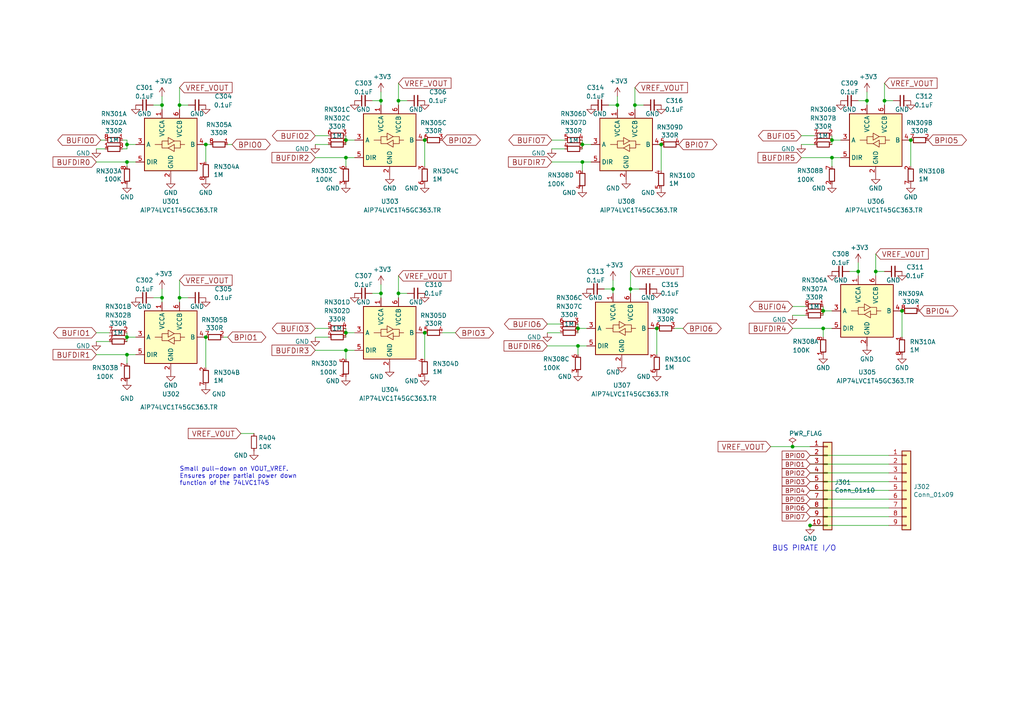
<source format=kicad_sch>
(kicad_sch (version 20230121) (generator eeschema)
  (paper "A4")
  (junction (at 59.69 97.79))
  (junction (at 167.64 100.33))
  (junction (at 254 78.74))
  (junction (at 100.33 40.64))
  (junction (at 52.07 30.48))
  (junction (at 115.57 29.21))
  (junction (at 36.83 41.91))
  (junction (at 52.07 86.36))
  (junction (at 115.57 85.09))
  (junction (at 248.92 78.74))
  (junction (at 46.99 30.48))
  (junction (at 36.83 46.99))
  (junction (at 190.5 95.25))
  (junction (at 100.33 96.52))
  (junction (at 168.91 41.91))
  (junction (at 241.3 40.64))
  (junction (at 234.95 152.4))
  (junction (at 123.19 96.52))
  (junction (at 36.83 102.87))
  (junction (at 264.16 40.64))
  (junction (at 123.19 40.64))
  (junction (at 191.77 41.91))
  (junction (at 238.76 95.25))
  (junction (at 179.07 30.48))
  (junction (at 182.88 83.82))
  (junction (at 59.69 41.91))
  (junction (at 168.91 46.99))
  (junction (at 36.83 97.79))
  (junction (at 110.49 85.09))
  (junction (at 241.3 45.72))
  (junction (at 167.64 95.25))
  (junction (at 110.49 29.21))
  (junction (at 184.15 30.48))
  (junction (at 229.87 129.54))
  (junction (at 238.76 90.17))
  (junction (at 256.54 29.21))
  (junction (at 100.33 101.6))
  (junction (at 46.99 86.36))
  (junction (at 177.8 83.82))
  (junction (at 261.62 90.17))
  (junction (at 251.46 29.21))
  (junction (at 100.33 45.72))
  (wire (pts (xy 236.22 41.91) (xy 232.41 41.91)))
  (wire (pts (xy 110.49 30.48) (xy 110.49 29.21)))
  (wire (pts (xy 259.08 29.21) (xy 256.54 29.21)))
  (wire (pts (xy 234.95 149.86) (xy 257.81 149.86)))
  (wire (pts (xy 39.37 97.79) (xy 36.83 97.79)))
  (wire (pts (xy 52.07 81.28) (xy 52.07 86.36)))
  (wire (pts (xy 257.81 132.08) (xy 234.95 132.08)))
  (wire (pts (xy 36.83 102.87) (xy 27.94 102.87)))
  (wire (pts (xy 241.3 45.72) (xy 241.3 48.26)))
  (wire (pts (xy 176.53 30.48) (xy 179.07 30.48)))
  (wire (pts (xy 36.83 99.06) (xy 36.83 97.79)))
  (wire (pts (xy 123.19 104.14) (xy 123.19 96.52)))
  (wire (pts (xy 170.18 100.33) (xy 167.64 100.33)))
  (wire (pts (xy 66.04 41.91) (xy 67.31 41.91)))
  (wire (pts (xy 238.76 90.17) (xy 238.76 88.9)))
  (wire (pts (xy 163.83 40.64) (xy 160.02 40.64)))
  (wire (pts (xy 162.56 96.52) (xy 158.75 96.52)))
  (wire (pts (xy 100.33 45.72) (xy 100.33 48.26)))
  (wire (pts (xy 59.69 106.68) (xy 59.69 97.79)))
  (wire (pts (xy 100.33 45.72) (xy 91.44 45.72)))
  (wire (pts (xy 241.3 95.25) (xy 238.76 95.25)))
  (wire (pts (xy 234.95 144.78) (xy 257.81 144.78)))
  (wire (pts (xy 52.07 31.75) (xy 52.07 30.48)))
  (wire (pts (xy 246.38 78.74) (xy 248.92 78.74)))
  (wire (pts (xy 168.91 46.99) (xy 168.91 49.53)))
  (wire (pts (xy 110.49 29.21) (xy 110.49 26.67)))
  (wire (pts (xy 167.64 100.33) (xy 167.64 102.87)))
  (wire (pts (xy 54.61 30.48) (xy 52.07 30.48)))
  (wire (pts (xy 177.8 83.82) (xy 177.8 81.28)))
  (wire (pts (xy 123.19 40.64) (xy 123.19 48.26)))
  (wire (pts (xy 46.99 31.75) (xy 46.99 30.48)))
  (wire (pts (xy 95.25 95.25) (xy 91.44 95.25)))
  (wire (pts (xy 36.83 97.79) (xy 36.83 96.52)))
  (wire (pts (xy 241.3 41.91) (xy 241.3 40.64)))
  (wire (pts (xy 168.91 46.99) (xy 160.02 46.99)))
  (wire (pts (xy 236.22 39.37) (xy 232.41 39.37)))
  (wire (pts (xy 118.11 85.09) (xy 115.57 85.09)))
  (wire (pts (xy 238.76 91.44) (xy 238.76 90.17)))
  (wire (pts (xy 59.69 41.91) (xy 59.69 46.99)))
  (wire (pts (xy 171.45 46.99) (xy 168.91 46.99)))
  (wire (pts (xy 170.18 95.25) (xy 167.64 95.25)))
  (wire (pts (xy 36.83 48.26) (xy 36.83 46.99)))
  (wire (pts (xy 115.57 86.36) (xy 115.57 85.09)))
  (wire (pts (xy 175.26 83.82) (xy 177.8 83.82)))
  (wire (pts (xy 190.5 102.87) (xy 190.5 95.25)))
  (wire (pts (xy 233.68 88.9) (xy 229.87 88.9)))
  (wire (pts (xy 54.61 86.36) (xy 52.07 86.36)))
  (wire (pts (xy 128.27 96.52) (xy 132.08 96.52)))
  (wire (pts (xy 115.57 30.48) (xy 115.57 29.21)))
  (wire (pts (xy 248.92 78.74) (xy 248.92 76.2)))
  (wire (pts (xy 115.57 80.01) (xy 115.57 85.09)))
  (wire (pts (xy 179.07 30.48) (xy 179.07 27.94)))
  (wire (pts (xy 44.45 30.48) (xy 46.99 30.48)))
  (wire (pts (xy 162.56 93.98) (xy 158.75 93.98)))
  (wire (pts (xy 36.83 43.18) (xy 35.56 43.18)))
  (wire (pts (xy 243.84 40.64) (xy 241.3 40.64)))
  (wire (pts (xy 100.33 101.6) (xy 91.44 101.6)))
  (wire (pts (xy 31.75 96.52) (xy 27.94 96.52)))
  (wire (pts (xy 243.84 45.72) (xy 241.3 45.72)))
  (wire (pts (xy 69.85 125.73) (xy 73.66 125.73)))
  (wire (pts (xy 102.87 40.64) (xy 100.33 40.64)))
  (wire (pts (xy 46.99 87.63) (xy 46.99 86.36)))
  (wire (pts (xy 39.37 102.87) (xy 36.83 102.87)))
  (wire (pts (xy 60.96 41.91) (xy 59.69 41.91)))
  (wire (pts (xy 177.8 85.09) (xy 177.8 83.82)))
  (wire (pts (xy 118.11 29.21) (xy 115.57 29.21)))
  (wire (pts (xy 95.25 39.37) (xy 91.44 39.37)))
  (wire (pts (xy 110.49 86.36) (xy 110.49 85.09)))
  (wire (pts (xy 66.04 97.79) (xy 64.77 97.79)))
  (wire (pts (xy 171.45 41.91) (xy 168.91 41.91)))
  (wire (pts (xy 179.07 31.75) (xy 179.07 30.48)))
  (wire (pts (xy 115.57 24.13) (xy 115.57 29.21)))
  (wire (pts (xy 223.52 129.54) (xy 229.87 129.54)))
  (wire (pts (xy 233.68 91.44) (xy 229.87 91.44)))
  (wire (pts (xy 27.94 46.99) (xy 36.83 46.99)))
  (wire (pts (xy 30.48 40.64) (xy 29.21 40.64)))
  (wire (pts (xy 95.25 97.79) (xy 91.44 97.79)))
  (wire (pts (xy 234.95 152.4) (xy 257.81 152.4)))
  (wire (pts (xy 168.91 41.91) (xy 168.91 40.64)))
  (wire (pts (xy 241.3 45.72) (xy 232.41 45.72)))
  (wire (pts (xy 251.46 30.48) (xy 251.46 29.21)))
  (wire (pts (xy 107.95 85.09) (xy 110.49 85.09)))
  (wire (pts (xy 100.33 41.91) (xy 100.33 40.64)))
  (wire (pts (xy 36.83 40.64) (xy 35.56 40.64)))
  (wire (pts (xy 102.87 45.72) (xy 100.33 45.72)))
  (wire (pts (xy 163.83 43.18) (xy 160.02 43.18)))
  (wire (pts (xy 198.12 95.25) (xy 195.58 95.25)))
  (wire (pts (xy 234.95 139.7) (xy 257.81 139.7)))
  (wire (pts (xy 27.94 43.18) (xy 30.48 43.18)))
  (wire (pts (xy 100.33 40.64) (xy 100.33 39.37)))
  (wire (pts (xy 241.3 90.17) (xy 238.76 90.17)))
  (wire (pts (xy 256.54 78.74) (xy 254 78.74)))
  (wire (pts (xy 251.46 29.21) (xy 251.46 26.67)))
  (wire (pts (xy 234.95 137.16) (xy 257.81 137.16)))
  (wire (pts (xy 100.33 96.52) (xy 100.33 95.25)))
  (wire (pts (xy 31.75 99.06) (xy 27.94 99.06)))
  (wire (pts (xy 167.64 96.52) (xy 167.64 95.25)))
  (wire (pts (xy 168.91 43.18) (xy 168.91 41.91)))
  (wire (pts (xy 52.07 87.63) (xy 52.07 86.36)))
  (wire (pts (xy 256.54 24.13) (xy 256.54 29.21)))
  (wire (pts (xy 182.88 78.74) (xy 182.88 83.82)))
  (wire (pts (xy 185.42 83.82) (xy 182.88 83.82)))
  (wire (pts (xy 52.07 25.4) (xy 52.07 30.48)))
  (wire (pts (xy 261.62 97.79) (xy 261.62 90.17)))
  (wire (pts (xy 167.64 100.33) (xy 158.75 100.33)))
  (wire (pts (xy 46.99 86.36) (xy 46.99 83.82)))
  (wire (pts (xy 36.83 102.87) (xy 36.83 105.41)))
  (wire (pts (xy 248.92 80.01) (xy 248.92 78.74)))
  (wire (pts (xy 238.76 95.25) (xy 229.87 95.25)))
  (wire (pts (xy 36.83 43.18) (xy 36.83 41.91)))
  (wire (pts (xy 238.76 95.25) (xy 238.76 97.79)))
  (wire (pts (xy 46.99 30.48) (xy 46.99 27.94)))
  (wire (pts (xy 100.33 101.6) (xy 100.33 104.14)))
  (wire (pts (xy 191.77 41.91) (xy 191.77 49.53)))
  (wire (pts (xy 254 73.66) (xy 254 78.74)))
  (wire (pts (xy 95.25 41.91) (xy 91.44 41.91)))
  (wire (pts (xy 102.87 96.52) (xy 100.33 96.52)))
  (wire (pts (xy 241.3 40.64) (xy 241.3 39.37)))
  (wire (pts (xy 36.83 41.91) (xy 36.83 40.64)))
  (wire (pts (xy 229.87 129.54) (xy 234.95 129.54)))
  (wire (pts (xy 44.45 86.36) (xy 46.99 86.36)))
  (wire (pts (xy 100.33 97.79) (xy 100.33 96.52)))
  (wire (pts (xy 167.64 95.25) (xy 167.64 93.98)))
  (wire (pts (xy 234.95 142.24) (xy 257.81 142.24)))
  (wire (pts (xy 186.69 30.48) (xy 184.15 30.48)))
  (wire (pts (xy 184.15 25.4) (xy 184.15 30.48)))
  (wire (pts (xy 234.95 147.32) (xy 257.81 147.32)))
  (wire (pts (xy 234.95 134.62) (xy 257.81 134.62)))
  (wire (pts (xy 107.95 29.21) (xy 110.49 29.21)))
  (wire (pts (xy 248.92 29.21) (xy 251.46 29.21)))
  (wire (pts (xy 184.15 31.75) (xy 184.15 30.48)))
  (wire (pts (xy 102.87 101.6) (xy 100.33 101.6)))
  (wire (pts (xy 256.54 30.48) (xy 256.54 29.21)))
  (wire (pts (xy 36.83 46.99) (xy 39.37 46.99)))
  (wire (pts (xy 182.88 85.09) (xy 182.88 83.82)))
  (wire (pts (xy 39.37 41.91) (xy 36.83 41.91)))
  (wire (pts (xy 254 80.01) (xy 254 78.74)))
  (wire (pts (xy 110.49 85.09) (xy 110.49 82.55)))
  (wire (pts (xy 264.16 48.26) (xy 264.16 40.64)))
  (text "Small pull-down on VOUT_VREF.\nEnsures proper partial power down \nfunction of the 74LVC1T45" (at 52.07 140.97 0) (effects (font (size 1.27 1.27)) (justify left bottom)))
  (text "BUS PIRATE I/O" (at 242.57 160.02 0) (effects (font (size 1.524 1.524)) (justify right bottom)))
  (global_label "BPIO2" (shape bidirectional) (at 128.27 40.64 0) (effects (font (size 1.524 1.524))) (property "Intersheetrefs" "${INTERSHEET_REFS}" (effects hide)))
  (global_label "BPIO0" (shape bidirectional) (at 67.31 41.91 0) (effects (font (size 1.524 1.524))) (property "Intersheetrefs" "${INTERSHEET_REFS}" (effects hide)))
  (global_label "BPIO7" (shape bidirectional) (at 196.85 41.91 0) (effects (font (size 1.524 1.524))) (property "Intersheetrefs" "${INTERSHEET_REFS}" (effects hide)))
  (global_label "BUFDIR0" (shape input) (at 27.94 46.99 180) (effects (font (size 1.524 1.524))) (property "Intersheetrefs" "${INTERSHEET_REFS}" (effects hide)))
  (global_label "BUFIO5" (shape bidirectional) (at 232.41 39.37 180) (effects (font (size 1.524 1.524))) (property "Intersheetrefs" "${INTERSHEET_REFS}" (effects hide)))
  (global_label "BUFIO3" (shape bidirectional) (at 91.44 95.25 180) (effects (font (size 1.524 1.524))) (property "Intersheetrefs" "${INTERSHEET_REFS}" (effects hide)))
  (global_label "VREF_VOUT" (shape input) (at 223.52 129.54 180) (effects (font (size 1.524 1.524))) (property "Intersheetrefs" "${INTERSHEET_REFS}" (effects hide)))
  (global_label "BUFDIR4" (shape input) (at 229.87 95.25 180) (effects (font (size 1.524 1.524))) (property "Intersheetrefs" "${INTERSHEET_REFS}" (effects hide)))
  (global_label "BUFIO0" (shape bidirectional) (at 29.21 40.64 180) (effects (font (size 1.524 1.524))) (property "Intersheetrefs" "${INTERSHEET_REFS}" (effects hide)))
  (global_label "VREF_VOUT" (shape input) (at 115.57 80.01 0) (effects (font (size 1.524 1.524))) (property "Intersheetrefs" "${INTERSHEET_REFS}" (effects hide)))
  (global_label "BUFIO2" (shape bidirectional) (at 91.44 39.37 180) (effects (font (size 1.524 1.524))) (property "Intersheetrefs" "${INTERSHEET_REFS}" (effects hide)))
  (global_label "BUFDIR3" (shape input) (at 91.44 101.6 180) (effects (font (size 1.524 1.524))) (property "Intersheetrefs" "${INTERSHEET_REFS}" (effects hide)))
  (global_label "BUFIO4" (shape bidirectional) (at 229.87 88.9 180) (effects (font (size 1.524 1.524))) (property "Intersheetrefs" "${INTERSHEET_REFS}" (effects hide)))
  (global_label "BPIO5" (shape bidirectional) (at 269.24 40.64 0) (effects (font (size 1.524 1.524))) (property "Intersheetrefs" "${INTERSHEET_REFS}" (effects hide)))
  (global_label "BUFDIR2" (shape input) (at 91.44 45.72 180) (effects (font (size 1.524 1.524))) (property "Intersheetrefs" "${INTERSHEET_REFS}" (effects hide)))
  (global_label "BPIO1" (shape bidirectional) (at 66.04 97.79 0) (effects (font (size 1.524 1.524))) (property "Intersheetrefs" "${INTERSHEET_REFS}" (effects hide)))
  (global_label "BPIO1" (shape input) (at 234.95 134.62 180) (property "Intersheetrefs" "${INTERSHEET_REFS}" (effects hide)))
  (global_label "VREF_VOUT" (shape input) (at 52.07 25.4 0) (effects (font (size 1.524 1.524))) (property "Intersheetrefs" "${INTERSHEET_REFS}" (effects hide)))
  (global_label "VREF_VOUT" (shape input) (at 115.57 24.13 0) (effects (font (size 1.524 1.524))) (property "Intersheetrefs" "${INTERSHEET_REFS}" (effects hide)))
  (global_label "BPIO4" (shape input) (at 234.95 142.24 180) (property "Intersheetrefs" "${INTERSHEET_REFS}" (effects hide)))
  (global_label "BPIO4" (shape bidirectional) (at 266.7 90.17 0) (effects (font (size 1.524 1.524))) (property "Intersheetrefs" "${INTERSHEET_REFS}" (effects hide)))
  (global_label "VREF_VOUT" (shape input) (at 69.85 125.73 180) (effects (font (size 1.524 1.524))) (property "Intersheetrefs" "${INTERSHEET_REFS}" (effects hide)))
  (global_label "BPIO6" (shape input) (at 234.95 147.32 180) (property "Intersheetrefs" "${INTERSHEET_REFS}" (effects hide)))
  (global_label "VREF_VOUT" (shape input) (at 184.15 25.4 0) (effects (font (size 1.524 1.524))) (property "Intersheetrefs" "${INTERSHEET_REFS}" (effects hide)))
  (global_label "VREF_VOUT" (shape input) (at 182.88 78.74 0) (effects (font (size 1.524 1.524))) (property "Intersheetrefs" "${INTERSHEET_REFS}" (effects hide)))
  (global_label "BPIO6" (shape bidirectional) (at 198.12 95.25 0) (effects (font (size 1.524 1.524))) (property "Intersheetrefs" "${INTERSHEET_REFS}" (effects hide)))
  (global_label "BPIO3" (shape bidirectional) (at 132.08 96.52 0) (effects (font (size 1.524 1.524))) (property "Intersheetrefs" "${INTERSHEET_REFS}" (effects hide)))
  (global_label "BUFIO1" (shape bidirectional) (at 27.94 96.52 180) (effects (font (size 1.524 1.524))) (property "Intersheetrefs" "${INTERSHEET_REFS}" (effects hide)))
  (global_label "BUFDIR5" (shape input) (at 232.41 45.72 180) (effects (font (size 1.524 1.524))) (property "Intersheetrefs" "${INTERSHEET_REFS}" (effects hide)))
  (global_label "VREF_VOUT" (shape input) (at 256.54 24.13 0) (effects (font (size 1.524 1.524))) (property "Intersheetrefs" "${INTERSHEET_REFS}" (effects hide)))
  (global_label "BUFIO7" (shape bidirectional) (at 160.02 40.64 180) (effects (font (size 1.524 1.524))) (property "Intersheetrefs" "${INTERSHEET_REFS}" (effects hide)))
  (global_label "VREF_VOUT" (shape input) (at 52.07 81.28 0) (effects (font (size 1.524 1.524))) (property "Intersheetrefs" "${INTERSHEET_REFS}" (effects hide)))
  (global_label "BPIO3" (shape input) (at 234.95 139.7 180) (property "Intersheetrefs" "${INTERSHEET_REFS}" (effects hide)))
  (global_label "BUFDIR1" (shape input) (at 27.94 102.87 180) (effects (font (size 1.524 1.524))) (property "Intersheetrefs" "${INTERSHEET_REFS}" (effects hide)))
  (global_label "BUFDIR6" (shape input) (at 158.75 100.33 180) (effects (font (size 1.524 1.524))) (property "Intersheetrefs" "${INTERSHEET_REFS}" (effects hide)))
  (global_label "VREF_VOUT" (shape input) (at 254 73.66 0) (effects (font (size 1.524 1.524))) (property "Intersheetrefs" "${INTERSHEET_REFS}" (effects hide)))
  (global_label "BPIO7" (shape input) (at 234.95 149.86 180) (property "Intersheetrefs" "${INTERSHEET_REFS}" (effects hide)))
  (global_label "BUFIO6" (shape bidirectional) (at 158.75 93.98 180) (effects (font (size 1.524 1.524))) (property "Intersheetrefs" "${INTERSHEET_REFS}" (effects hide)))
  (global_label "BPIO0" (shape input) (at 234.95 132.08 180) (property "Intersheetrefs" "${INTERSHEET_REFS}" (effects hide)))
  (global_label "BPIO2" (shape input) (at 234.95 137.16 180) (property "Intersheetrefs" "${INTERSHEET_REFS}" (effects hide)))
  (global_label "BPIO5" (shape input) (at 234.95 144.78 180) (property "Intersheetrefs" "${INTERSHEET_REFS}" (effects hide)))
  (global_label "BUFDIR7" (shape input) (at 160.02 46.99 180) (effects (font (size 1.524 1.524))) (property "Intersheetrefs" "${INTERSHEET_REFS}" (effects hide)))
  (symbol (lib_id "power:+3V3") (at 46.99 27.94 0) (unit 1)
    (property "Reference" "#PWR0310" (effects hide))
    (property "Value" "+3V3" (at 47.371 23.5458 0))
  )
  (symbol (lib_id "Device:C_Small") (at 57.15 30.48 90) (unit 1)
    (property "Reference" "C304" (at 64.77 27.94 90))
    (property "Value" "0.1uF" (at 64.77 30.48 90))
    (property "Footprint" "Capacitor_SMD:C_0402_1005Metric" (effects hide))
    (property "RMB" "0.00628" (effects hide))
    (property "Supplier" "https://item.szlcsc.com/1877.html" (effects hide))
  )
  (symbol (lib_id "power:GND") (at 39.37 30.48 0) (unit 1)
    (property "Reference" "#PWR0307" (effects hide))
    (property "Value" "GND" (at 41.91 33.02 0))
  )
  (symbol (lib_id "power:GND") (at 59.69 30.48 0) (unit 1)
    (property "Reference" "#PWR0316" (effects hide))
    (property "Value" "GND" (at 57.15 33.02 0))
  )
  (symbol (lib_id "power:GND") (at 49.53 52.07 0) (unit 1)
    (property "Reference" "#PWR0313" (effects hide))
    (property "Value" "GND" (at 49.53 55.88 0))
  )
  (symbol (lib_id "power:GND") (at 27.94 43.18 0) (unit 1)
    (property "Reference" "#PWR0301" (effects hide))
    (property "Value" "GND" (at 24.13 44.45 0))
  )
  (symbol (lib_id "power:GND") (at 36.83 53.34 0) (unit 1)
    (property "Reference" "#PWR0304" (effects hide))
    (property "Value" "GND" (at 36.83 57.15 0))
  )
  (symbol (lib_id "power:GND") (at 59.69 52.07 0) (unit 1)
    (property "Reference" "#PWR0317" (effects hide))
    (property "Value" "GND" (at 59.69 55.88 0))
  )
  (symbol (lib_id "Device:C_Small") (at 41.91 86.36 90) (unit 1)
    (property "Reference" "C302" (at 41.91 81.28 90))
    (property "Value" "0.1uF" (at 41.91 83.82 90))
    (property "Footprint" "Capacitor_SMD:C_0402_1005Metric" (effects hide))
    (property "RMB" "0.00628" (effects hide))
    (property "Supplier" "https://item.szlcsc.com/1877.html" (effects hide))
  )
  (symbol (lib_id "Logic_LevelTranslator:SN74LVC1T45DCK") (at 49.53 97.79 0) (unit 1)
    (property "Reference" "U302" (at 46.99 114.3 0) (effects (justify left)))
    (property "Value" "AiP74LVC1T45GC363.TR" (at 40.64 118.11 0) (effects (justify left)))
    (property "Footprint" "Package_TO_SOT_SMD:SOT-363_SC-70-6" (effects hide))
    (property "Datasheet" "http://www.ti.com/lit/ds/symlink/sn74lvc1t45.pdf" (effects hide))
    (property "RMB" "1.33" (effects hide))
    (property "Supplier" "https://item.szlcsc.com/9911.html" (effects hide))
  )
  (symbol (lib_id "power:+3V3") (at 46.99 83.82 0) (unit 1)
    (property "Reference" "#PWR0311" (effects hide))
    (property "Value" "+3V3" (at 47.371 79.4258 0))
  )
  (symbol (lib_id "Device:C_Small") (at 57.15 86.36 90) (unit 1)
    (property "Reference" "C305" (at 64.77 83.82 90))
    (property "Value" "0.1uF" (at 64.77 86.36 90))
    (property "Footprint" "Capacitor_SMD:C_0402_1005Metric" (effects hide))
    (property "RMB" "0.00628" (effects hide))
    (property "Supplier" "https://item.szlcsc.com/1877.html" (effects hide))
  )
  (symbol (lib_id "power:GND") (at 39.37 86.36 0) (unit 1)
    (property "Reference" "#PWR0308" (effects hide))
    (property "Value" "GND" (at 41.91 88.9 0))
  )
  (symbol (lib_id "power:GND") (at 59.69 86.36 0) (unit 1)
    (property "Reference" "#PWR0318" (effects hide))
    (property "Value" "GND" (at 57.15 88.9 0))
  )
  (symbol (lib_id "power:GND") (at 49.53 107.95 0) (unit 1)
    (property "Reference" "#PWR0314" (effects hide))
    (property "Value" "GND" (at 49.53 111.76 0))
  )
  (symbol (lib_id "power:GND") (at 27.94 99.06 0) (unit 1)
    (property "Reference" "#PWR0302" (effects hide))
    (property "Value" "GND" (at 24.13 100.33 0))
  )
  (symbol (lib_id "power:GND") (at 36.83 110.49 0) (unit 1)
    (property "Reference" "#PWR0305" (effects hide))
    (property "Value" "GND" (at 36.83 115.57 0))
  )
  (symbol (lib_id "power:GND") (at 59.69 111.76 0) (unit 1)
    (property "Reference" "#PWR0319" (effects hide))
    (property "Value" "GND" (at 63.5 114.3 0))
  )
  (symbol (lib_id "Device:C_Small") (at 105.41 29.21 90) (unit 1)
    (property "Reference" "C303" (at 105.41 24.13 90))
    (property "Value" "0.1uF" (at 105.41 26.67 90))
    (property "Footprint" "Capacitor_SMD:C_0402_1005Metric" (effects hide))
    (property "RMB" "0.00628" (effects hide))
    (property "Supplier" "https://item.szlcsc.com/1877.html" (effects hide))
  )
  (symbol (lib_id "Logic_LevelTranslator:SN74LVC1T45DCK") (at 113.03 40.64 0) (unit 1)
    (property "Reference" "U303" (at 110.49 58.42 0) (effects (justify left)))
    (property "Value" "AiP74LVC1T45GC363.TR" (at 105.41 60.96 0) (effects (justify left)))
    (property "Footprint" "Package_TO_SOT_SMD:SOT-363_SC-70-6" (effects hide))
    (property "Datasheet" "http://www.ti.com/lit/ds/symlink/sn74lvc1t45.pdf" (effects hide))
    (property "RMB" "1.33" (effects hide))
    (property "Supplier" "https://item.szlcsc.com/9911.html" (effects hide))
  )
  (symbol (lib_id "power:+3V3") (at 110.49 26.67 0) (unit 1)
    (property "Reference" "#PWR0312" (effects hide))
    (property "Value" "+3V3" (at 110.871 22.2758 0))
  )
  (symbol (lib_id "Device:C_Small") (at 120.65 29.21 90) (unit 1)
    (property "Reference" "C306" (at 127 26.67 90))
    (property "Value" "0.1uF" (at 127 29.21 90))
    (property "Footprint" "Capacitor_SMD:C_0402_1005Metric" (effects hide))
    (property "RMB" "0.00628" (effects hide))
    (property "Supplier" "https://item.szlcsc.com/1877.html" (effects hide))
  )
  (symbol (lib_id "power:GND") (at 102.87 29.21 0) (unit 1)
    (property "Reference" "#PWR0309" (effects hide))
    (property "Value" "GND" (at 105.41 31.75 0))
  )
  (symbol (lib_id "power:GND") (at 123.19 29.21 0) (unit 1)
    (property "Reference" "#PWR0320" (effects hide))
    (property "Value" "GND" (at 120.65 31.75 0))
  )
  (symbol (lib_id "power:GND") (at 113.03 50.8 0) (unit 1)
    (property "Reference" "#PWR0315" (effects hide))
    (property "Value" "GND" (at 113.03 54.61 0))
  )
  (symbol (lib_id "power:GND") (at 91.44 41.91 0) (unit 1)
    (property "Reference" "#PWR0303" (effects hide))
    (property "Value" "GND" (at 87.63 43.18 0))
  )
  (symbol (lib_id "power:GND") (at 100.33 53.34 0) (unit 1)
    (property "Reference" "#PWR0306" (effects hide))
    (property "Value" "GND" (at 96.52 54.61 0))
  )
  (symbol (lib_id "power:GND") (at 123.19 53.34 0) (unit 1)
    (property "Reference" "#PWR0321" (effects hide))
    (property "Value" "GND" (at 119.38 54.61 0))
  )
  (symbol (lib_id "Device:C_Small") (at 105.41 85.09 90) (unit 1)
    (property "Reference" "C307" (at 105.41 80.01 90))
    (property "Value" "0.1uF" (at 105.41 82.55 90))
    (property "Footprint" "Capacitor_SMD:C_0402_1005Metric" (effects hide))
    (property "RMB" "0.00628" (effects hide))
    (property "Supplier" "https://item.szlcsc.com/1877.html" (effects hide))
  )
  (symbol (lib_id "Logic_LevelTranslator:SN74LVC1T45DCK") (at 113.03 96.52 0) (unit 1)
    (property "Reference" "U304" (at 110.49 113.03 0) (effects (justify left)))
    (property "Value" "AiP74LVC1T45GC363.TR" (at 104.14 115.57 0) (effects (justify left)))
    (property "Footprint" "Package_TO_SOT_SMD:SOT-363_SC-70-6" (effects hide))
    (property "Datasheet" "http://www.ti.com/lit/ds/symlink/sn74lvc1t45.pdf" (effects hide))
    (property "RMB" "1.33" (effects hide))
    (property "Supplier" "https://item.szlcsc.com/9911.html" (effects hide))
  )
  (symbol (lib_id "power:+3V3") (at 110.49 82.55 0) (unit 1)
    (property "Reference" "#PWR0331" (effects hide))
    (property "Value" "+3V3" (at 110.871 78.1558 0))
  )
  (symbol (lib_id "Device:C_Small") (at 120.65 85.09 90) (unit 1)
    (property "Reference" "C310" (at 125.73 82.55 90))
    (property "Value" "0.1uF" (at 125.73 85.09 90))
    (property "Footprint" "Capacitor_SMD:C_0402_1005Metric" (effects hide))
    (property "RMB" "0.00628" (effects hide))
    (property "Supplier" "https://item.szlcsc.com/1877.html" (effects hide))
  )
  (symbol (lib_id "power:GND") (at 102.87 85.09 0) (unit 1)
    (property "Reference" "#PWR0327" (effects hide))
    (property "Value" "GND" (at 105.41 87.63 0))
  )
  (symbol (lib_id "power:GND") (at 123.19 85.09 0) (unit 1)
    (property "Reference" "#PWR0337" (effects hide))
    (property "Value" "GND" (at 120.65 87.63 0))
  )
  (symbol (lib_id "power:GND") (at 113.03 106.68 0) (unit 1)
    (property "Reference" "#PWR0333" (effects hide))
    (property "Value" "GND" (at 109.22 109.22 0))
  )
  (symbol (lib_id "power:GND") (at 91.44 97.79 0) (unit 1)
    (property "Reference" "#PWR0322" (effects hide))
    (property "Value" "GND" (at 87.63 99.06 0))
  )
  (symbol (lib_id "power:GND") (at 100.33 109.22 0) (unit 1)
    (property "Reference" "#PWR0325" (effects hide))
    (property "Value" "GND" (at 96.52 110.49 0))
  )
  (symbol (lib_id "power:GND") (at 123.19 109.22 0) (unit 1)
    (property "Reference" "#PWR0338" (effects hide))
    (property "Value" "GND" (at 119.38 110.49 0))
  )
  (symbol (lib_id "Device:C_Small") (at 243.84 78.74 90) (unit 1)
    (property "Reference" "C308" (at 243.84 73.66 90))
    (property "Value" "0.1uF" (at 243.84 76.2 90))
    (property "Footprint" "Capacitor_SMD:C_0402_1005Metric" (effects hide))
    (property "RMB" "0.00628" (effects hide))
    (property "Supplier" "https://item.szlcsc.com/1877.html" (effects hide))
  )
  (symbol (lib_id "Logic_LevelTranslator:SN74LVC1T45DCK") (at 251.46 90.17 0) (unit 1)
    (property "Reference" "U305" (at 248.92 107.95 0) (effects (justify left)))
    (property "Value" "AiP74LVC1T45GC363.TR" (at 242.57 110.49 0) (effects (justify left)))
    (property "Footprint" "Package_TO_SOT_SMD:SOT-363_SC-70-6" (effects hide))
    (property "Datasheet" "http://www.ti.com/lit/ds/symlink/sn74lvc1t45.pdf" (effects hide))
    (property "RMB" "1.33" (effects hide))
    (property "Supplier" "https://item.szlcsc.com/9911.html" (effects hide))
  )
  (symbol (lib_id "power:+3V3") (at 248.92 76.2 0) (unit 1)
    (property "Reference" "#PWR0332" (effects hide))
    (property "Value" "+3V3" (at 249.301 71.8058 0))
  )
  (symbol (lib_id "Device:C_Small") (at 259.08 78.74 90) (unit 1)
    (property "Reference" "C311" (at 265.43 77.47 90))
    (property "Value" "0.1uF" (at 265.43 80.01 90))
    (property "Footprint" "Capacitor_SMD:C_0402_1005Metric" (effects hide))
    (property "RMB" "0.00628" (effects hide))
    (property "Supplier" "https://item.szlcsc.com/1877.html" (effects hide))
  )
  (symbol (lib_id "power:GND") (at 241.3 78.74 0) (unit 1)
    (property "Reference" "#PWR0329" (effects hide))
    (property "Value" "GND" (at 243.84 81.28 0))
  )
  (symbol (lib_id "power:GND") (at 261.62 78.74 0) (unit 1)
    (property "Reference" "#PWR0339" (effects hide))
    (property "Value" "GND" (at 259.08 81.28 0))
  )
  (symbol (lib_id "power:GND") (at 251.46 100.33 0) (unit 1)
    (property "Reference" "#PWR0335" (effects hide))
    (property "Value" "GND" (at 251.46 104.14 0))
  )
  (symbol (lib_id "power:GND") (at 229.87 91.44 0) (unit 1)
    (property "Reference" "#PWR0323" (effects hide))
    (property "Value" "GND" (at 226.06 92.71 0))
  )
  (symbol (lib_id "power:GND") (at 238.76 102.87 0) (unit 1)
    (property "Reference" "#PWR0326" (effects hide))
    (property "Value" "GND" (at 238.76 106.68 0))
  )
  (symbol (lib_id "power:GND") (at 261.62 102.87 0) (unit 1)
    (property "Reference" "#PWR0340" (effects hide))
    (property "Value" "GND" (at 261.62 106.68 0))
  )
  (symbol (lib_id "Device:C_Small") (at 246.38 29.21 90) (unit 1)
    (property "Reference" "C309" (at 246.38 24.13 90))
    (property "Value" "0.1uF" (at 246.38 26.67 90))
    (property "Footprint" "Capacitor_SMD:C_0402_1005Metric" (effects hide))
    (property "RMB" "0.00628" (effects hide))
    (property "Supplier" "https://item.szlcsc.com/1877.html" (effects hide))
  )
  (symbol (lib_id "Logic_LevelTranslator:SN74LVC1T45DCK") (at 254 40.64 0) (unit 1)
    (property "Reference" "U306" (at 251.46 58.42 0) (effects (justify left)))
    (property "Value" "AiP74LVC1T45GC363.TR" (at 245.11 60.96 0) (effects (justify left)))
    (property "Footprint" "Package_TO_SOT_SMD:SOT-363_SC-70-6" (effects hide))
    (property "Datasheet" "http://www.ti.com/lit/ds/symlink/sn74lvc1t45.pdf" (effects hide))
    (property "RMB" "1.33" (effects hide))
    (property "Supplier" "https://item.szlcsc.com/9911.html" (effects hide))
  )
  (symbol (lib_id "power:+3V3") (at 251.46 26.67 0) (unit 1)
    (property "Reference" "#PWR0334" (effects hide))
    (property "Value" "+3V3" (at 251.841 22.2758 0))
  )
  (symbol (lib_id "Device:C_Small") (at 261.62 29.21 90) (unit 1)
    (property "Reference" "C312" (at 267.97 27.94 90))
    (property "Value" "0.1uF" (at 267.97 30.48 90))
    (property "Footprint" "Capacitor_SMD:C_0402_1005Metric" (effects hide))
    (property "RMB" "0.00628" (effects hide))
    (property "Supplier" "https://item.szlcsc.com/1877.html" (effects hide))
  )
  (symbol (lib_id "power:GND") (at 243.84 29.21 0) (unit 1)
    (property "Reference" "#PWR0330" (effects hide))
    (property "Value" "GND" (at 246.38 31.75 0))
  )
  (symbol (lib_id "power:GND") (at 264.16 29.21 0) (unit 1)
    (property "Reference" "#PWR0341" (effects hide))
    (property "Value" "GND" (at 261.62 31.75 0))
  )
  (symbol (lib_id "power:GND") (at 254 50.8 0) (unit 1)
    (property "Reference" "#PWR0336" (effects hide))
    (property "Value" "GND" (at 254 54.61 0))
  )
  (symbol (lib_id "power:GND") (at 232.41 41.91 0) (unit 1)
    (property "Reference" "#PWR0324" (effects hide))
    (property "Value" "GND" (at 228.6 43.18 0))
  )
  (symbol (lib_id "power:GND") (at 241.3 53.34 0) (unit 1)
    (property "Reference" "#PWR0328" (effects hide))
    (property "Value" "GND" (at 237.49 54.61 0))
  )
  (symbol (lib_id "power:GND") (at 264.16 53.34 0) (unit 1)
    (property "Reference" "#PWR0342" (effects hide))
    (property "Value" "GND" (at 264.16 57.15 0))
  )
  (symbol (lib_id "Device:C_Small") (at 172.72 83.82 90) (unit 1)
    (property "Reference" "C313" (at 172.72 78.74 90))
    (property "Value" "0.1uF" (at 172.72 81.28 90))
    (property "Footprint" "Capacitor_SMD:C_0402_1005Metric" (effects hide))
    (property "RMB" "0.00628" (effects hide))
    (property "Supplier" "https://item.szlcsc.com/1877.html" (effects hide))
  )
  (symbol (lib_id "Logic_LevelTranslator:SN74LVC1T45DCK") (at 180.34 95.25 0) (unit 1)
    (property "Reference" "U307" (at 177.8 111.76 0) (effects (justify left)))
    (property "Value" "AiP74LVC1T45GC363.TR" (at 171.45 114.3 0) (effects (justify left)))
    (property "Footprint" "Package_TO_SOT_SMD:SOT-363_SC-70-6" (effects hide))
    (property "Datasheet" "http://www.ti.com/lit/ds/symlink/sn74lvc1t45.pdf" (effects hide))
    (property "RMB" "1.33" (effects hide))
    (property "Supplier" "https://item.szlcsc.com/9911.html" (effects hide))
  )
  (symbol (lib_id "power:+3V3") (at 177.8 81.28 0) (unit 1)
    (property "Reference" "#PWR0349" (effects hide))
    (property "Value" "+3V3" (at 178.181 76.8858 0))
  )
  (symbol (lib_id "Device:C_Small") (at 187.96 83.82 90) (unit 1)
    (property "Reference" "C315" (at 194.31 82.55 90))
    (property "Value" "0.1uF" (at 194.31 85.09 90))
    (property "Footprint" "Capacitor_SMD:C_0402_1005Metric" (effects hide))
    (property "RMB" "0.00628" (effects hide))
    (property "Supplier" "https://item.szlcsc.com/1877.html" (effects hide))
  )
  (symbol (lib_id "power:GND") (at 170.18 83.82 0) (unit 1)
    (property "Reference" "#PWR0347" (effects hide))
    (property "Value" "GND" (at 172.72 86.36 0))
  )
  (symbol (lib_id "power:GND") (at 190.5 83.82 0) (unit 1)
    (property "Reference" "#PWR0354" (effects hide))
    (property "Value" "GND" (at 187.96 86.36 0))
  )
  (symbol (lib_id "power:GND") (at 180.34 105.41 0) (unit 1)
    (property "Reference" "#PWR0351" (effects hide))
    (property "Value" "GND" (at 177.8 107.95 0))
  )
  (symbol (lib_id "power:GND") (at 158.75 96.52 0) (unit 1)
    (property "Reference" "#PWR0343" (effects hide))
    (property "Value" "GND" (at 154.94 97.79 0))
  )
  (symbol (lib_id "power:GND") (at 167.64 107.95 0) (unit 1)
    (property "Reference" "#PWR0345" (effects hide))
    (property "Value" "GND" (at 163.83 109.22 0))
  )
  (symbol (lib_id "power:GND") (at 190.5 107.95 0) (unit 1)
    (property "Reference" "#PWR0355" (effects hide))
    (property "Value" "GND" (at 186.69 109.22 0))
  )
  (symbol (lib_id "Device:C_Small") (at 173.99 30.48 90) (unit 1)
    (property "Reference" "C314" (at 172.72 25.4 90))
    (property "Value" "0.1uF" (at 172.72 27.94 90))
    (property "Footprint" "Capacitor_SMD:C_0402_1005Metric" (effects hide))
    (property "RMB" "0.00628" (effects hide))
    (property "Supplier" "https://item.szlcsc.com/1877.html" (effects hide))
  )
  (symbol (lib_id "Logic_LevelTranslator:SN74LVC1T45DCK") (at 181.61 41.91 0) (unit 1)
    (property "Reference" "U308" (at 179.07 58.42 0) (effects (justify left)))
    (property "Value" "AiP74LVC1T45GC363.TR" (at 173.99 60.96 0) (effects (justify left)))
    (property "Footprint" "Package_TO_SOT_SMD:SOT-363_SC-70-6" (effects hide))
    (property "Datasheet" "http://www.ti.com/lit/ds/symlink/sn74lvc1t45.pdf" (effects hide))
    (property "RMB" "1.33" (effects hide))
    (property "Supplier" "https://item.szlcsc.com/9911.html" (effects hide))
  )
  (symbol (lib_id "power:+3V3") (at 179.07 27.94 0) (unit 1)
    (property "Reference" "#PWR0350" (effects hide))
    (property "Value" "+3V3" (at 179.451 23.5458 0))
  )
  (symbol (lib_id "Device:C_Small") (at 189.23 30.48 90) (unit 1)
    (property "Reference" "C316" (at 195.58 29.21 90))
    (property "Value" "0.1uF" (at 195.58 31.75 90))
    (property "Footprint" "Capacitor_SMD:C_0402_1005Metric" (effects hide))
    (property "RMB" "0.00628" (effects hide))
    (property "Supplier" "https://item.szlcsc.com/1877.html" (effects hide))
  )
  (symbol (lib_id "power:GND") (at 171.45 30.48 0) (unit 1)
    (property "Reference" "#PWR0348" (effects hide))
    (property "Value" "GND" (at 173.99 33.02 0))
  )
  (symbol (lib_id "power:GND") (at 191.77 30.48 0) (unit 1)
    (property "Reference" "#PWR0356" (effects hide))
    (property "Value" "GND" (at 189.23 33.02 0))
  )
  (symbol (lib_id "power:GND") (at 181.61 52.07 0) (unit 1)
    (property "Reference" "#PWR0352" (effects hide))
    (property "Value" "GND" (at 177.8 54.61 0))
  )
  (symbol (lib_id "power:GND") (at 160.02 43.18 0) (unit 1)
    (property "Reference" "#PWR0344" (effects hide))
    (property "Value" "GND" (at 156.21 44.45 0))
  )
  (symbol (lib_id "power:GND") (at 168.91 54.61 0) (unit 1)
    (property "Reference" "#PWR0346" (effects hide))
    (property "Value" "GND" (at 165.1 55.88 0))
  )
  (symbol (lib_id "power:GND") (at 191.77 54.61 0) (unit 1)
    (property "Reference" "#PWR0357" (effects hide))
    (property "Value" "GND" (at 187.96 55.88 0))
  )
  (symbol (lib_id "Device:C_Small") (at 41.91 30.48 90) (unit 1)
    (property "Reference" "C301" (at 41.91 25.4 90))
    (property "Value" "0.1uF" (at 41.91 27.94 90))
    (property "Footprint" "Capacitor_SMD:C_0402_1005Metric" (effects hide))
    (property "RMB" "0.00628" (effects hide))
    (property "Supplier" "https://item.szlcsc.com/1877.html" (effects hide))
  )
  (symbol (lib_id "Logic_LevelTranslator:SN74LVC1T45DCK") (at 49.53 41.91 0) (unit 1)
    (property "Reference" "U301" (at 46.99 58.42 0) (effects (justify left)))
    (property "Value" "AiP74LVC1T45GC363.TR" (at 40.64 60.96 0) (effects (justify left)))
    (property "Footprint" "Package_TO_SOT_SMD:SOT-363_SC-70-6" (effects hide))
    (property "Datasheet" "http://www.ti.com/lit/ds/symlink/sn74lvc1t45.pdf" (effects hide))
    (property "RMB" "1.33" (effects hide))
    (property "Supplier" "https://item.szlcsc.com/9911.html" (effects hide))
  )
  (symbol (lib_id "Connector_Generic:Conn_01x10") (at 240.03 139.7 0) (unit 1)
    (property "Reference" "J301" (at 242.062 139.9032 0) (effects (justify left)))
    (property "Value" "Conn_01x10" (at 242.062 142.2146 0) (effects (justify left)))
    (property "Footprint" "Connector_PinHeader_2.54mm:PinHeader_1x10_P2.54mm_Vertical" (effects hide))
  )
  (symbol (lib_id "power:GND") (at 234.95 152.4 0) (unit 1)
    (property "Reference" "#PWR0353" (effects hide))
    (property "Value" "GND" (at 234.95 156.21 0))
  )
  (symbol (lib_id "power:PWR_FLAG") (at 229.87 129.54 0) (unit 1)
    (property "Reference" "#FLG0301" (effects hide))
    (property "Value" "PWR_FLAG" (at 233.68 125.73 0))
  )
  (symbol (lib_id "dp-rarray:R_Array") (at 33.02 40.64 270) (unit 1)
    (property "Reference" "RN301" (at 33.02 33.02 90))
    (property "Value" "330R" (at 33.02 37.9476 90))
    (property "Footprint" "Resistor_SMD:R_Array_Convex_4x0402" (effects hide))
    (property "Datasheet" "http://www.vishay.com/docs/31509/csc.pdf" (effects hide))
    (property "RMB" "0.033552" (effects hide))
    (property "Supplier" "https://item.szlcsc.com/26241.html" (effects hide))
  )
  (symbol (lib_id "dp-rarray:R_Array") (at 33.02 43.18 90) (mirror x) (unit 1)
    (property "Reference" "RN302" (at 33.02 35.56 90))
    (property "Value" "1M" (at 33.02 40.4876 90))
    (property "Footprint" "Resistor_SMD:R_Array_Convex_4x0402" (effects hide))
    (property "Datasheet" "http://www.vishay.com/docs/31509/csc.pdf" (effects hide))
    (property "RMB" "0.03666" (effects hide))
    (property "Supplier" "https://item.szlcsc.com/635571.html" (effects hide))
  )
  (symbol (lib_id "dp-rarray:R_Array") (at 36.83 50.8 0) (mirror x) (unit 1)
    (property "Reference" "RN303" (at 35.306 49.6316 0) (effects (justify right)))
    (property "Value" "100K" (at 35.306 51.943 0) (effects (justify right)))
    (property "Footprint" "Resistor_SMD:R_Array_Convex_4x0402" (effects hide))
    (property "Datasheet" "http://www.vishay.com/docs/31509/csc.pdf" (effects hide))
    (property "RMB" "0.020173" (effects hide))
    (property "Supplier" "https://item.szlcsc.com/728291.html" (effects hide))
  )
  (symbol (lib_id "dp-rarray:R_Array") (at 59.69 49.53 0) (unit 1)
    (property "Reference" "RN304" (at 61.9252 48.3616 0) (effects (justify left)))
    (property "Value" "1M" (at 61.9252 50.673 0) (effects (justify left)))
    (property "Footprint" "Resistor_SMD:R_Array_Convex_4x0402" (effects hide))
    (property "Datasheet" "http://www.vishay.com/docs/31509/csc.pdf" (effects hide))
    (property "RMB" "0.03666" (effects hide))
    (property "Supplier" "https://item.szlcsc.com/635571.html" (effects hide))
  )
  (symbol (lib_id "dp-rarray:R_Array") (at 63.5 41.91 270) (mirror x) (unit 1)
    (property "Reference" "RN305" (at 63.5 36.195 90))
    (property "Value" "330R" (at 63.5 38.5064 90))
    (property "Footprint" "Resistor_SMD:R_Array_Convex_4x0402" (effects hide))
    (property "Datasheet" "http://www.vishay.com/docs/31509/csc.pdf" (effects hide))
    (property "RMB" "0.033552" (effects hide))
    (property "Supplier" "https://item.szlcsc.com/26241.html" (effects hide))
  )
  (symbol (lib_id "dp-rarray:R_Array") (at 34.29 96.52 270) (unit 2)
    (property "Reference" "RN301" (at 34.29 88.9 90))
    (property "Value" "330R" (at 34.29 93.8276 90))
    (property "Footprint" "Resistor_SMD:R_Array_Convex_4x0402" (effects hide))
    (property "Datasheet" "http://www.vishay.com/docs/31509/csc.pdf" (effects hide))
    (property "RMB" "0.033552" (effects hide))
    (property "Supplier" "https://item.szlcsc.com/26241.html" (effects hide))
  )
  (symbol (lib_id "dp-rarray:R_Array") (at 34.29 99.06 90) (unit 2)
    (property "Reference" "RN302" (at 34.29 91.44 90))
    (property "Value" "1M" (at 34.29 96.52 90))
    (property "Footprint" "Resistor_SMD:R_Array_Convex_4x0402" (effects hide))
    (property "Datasheet" "http://www.vishay.com/docs/31509/csc.pdf" (effects hide))
    (property "RMB" "0.03666" (effects hide))
    (property "Supplier" "https://item.szlcsc.com/635571.html" (effects hide))
  )
  (symbol (lib_id "dp-rarray:R_Array") (at 36.83 107.95 180) (unit 2)
    (property "Reference" "RN303" (at 26.67 106.68 0) (effects (justify right)))
    (property "Value" "100K" (at 27.94 109.22 0) (effects (justify right)))
    (property "Footprint" "Resistor_SMD:R_Array_Convex_4x0402" (effects hide))
    (property "Datasheet" "http://www.vishay.com/docs/31509/csc.pdf" (effects hide))
    (property "RMB" "0.020173" (effects hide))
    (property "Supplier" "https://item.szlcsc.com/728291.html" (effects hide))
  )
  (symbol (lib_id "dp-rarray:R_Array") (at 59.69 109.22 0) (unit 2)
    (property "Reference" "RN304" (at 61.9252 108.0516 0) (effects (justify left)))
    (property "Value" "1M" (at 61.9252 110.363 0) (effects (justify left)))
    (property "Footprint" "Resistor_SMD:R_Array_Convex_4x0402" (effects hide))
    (property "Datasheet" "http://www.vishay.com/docs/31509/csc.pdf" (effects hide))
    (property "RMB" "0.03666" (effects hide))
    (property "Supplier" "https://item.szlcsc.com/635571.html" (effects hide))
  )
  (symbol (lib_id "dp-rarray:R_Array") (at 62.23 97.79 270) (unit 2)
    (property "Reference" "RN305" (at 62.23 92.7862 90))
    (property "Value" "330R" (at 62.23 95.0976 90))
    (property "Footprint" "Resistor_SMD:R_Array_Convex_4x0402" (effects hide))
    (property "Datasheet" "http://www.vishay.com/docs/31509/csc.pdf" (effects hide))
    (property "RMB" "0.033552" (effects hide))
    (property "Supplier" "https://item.szlcsc.com/26241.html" (effects hide))
  )
  (symbol (lib_id "dp-rarray:R_Array") (at 97.79 39.37 270) (unit 3)
    (property "Reference" "RN301" (at 97.79 31.75 90))
    (property "Value" "330R" (at 97.79 36.6776 90))
    (property "Footprint" "Resistor_SMD:R_Array_Convex_4x0402" (effects hide))
    (property "Datasheet" "http://www.vishay.com/docs/31509/csc.pdf" (effects hide))
    (property "RMB" "0.033552" (effects hide))
    (property "Supplier" "https://item.szlcsc.com/26241.html" (effects hide))
  )
  (symbol (lib_id "dp-rarray:R_Array") (at 97.79 41.91 90) (unit 3)
    (property "Reference" "RN302" (at 97.79 34.29 90))
    (property "Value" "1M" (at 97.79 39.37 90))
    (property "Footprint" "Resistor_SMD:R_Array_Convex_4x0402" (effects hide))
    (property "Datasheet" "http://www.vishay.com/docs/31509/csc.pdf" (effects hide))
    (property "RMB" "0.03666" (effects hide))
    (property "Supplier" "https://item.szlcsc.com/635571.html" (effects hide))
  )
  (symbol (lib_id "dp-rarray:R_Array") (at 100.33 50.8 180) (unit 3)
    (property "Reference" "RN303" (at 90.17 49.53 0) (effects (justify right)))
    (property "Value" "100K" (at 91.44 52.07 0) (effects (justify right)))
    (property "Footprint" "Resistor_SMD:R_Array_Convex_4x0402" (effects hide))
    (property "Datasheet" "http://www.vishay.com/docs/31509/csc.pdf" (effects hide))
    (property "RMB" "0.020173" (effects hide))
    (property "Supplier" "https://item.szlcsc.com/728291.html" (effects hide))
  )
  (symbol (lib_id "dp-rarray:R_Array") (at 123.19 50.8 0) (unit 3)
    (property "Reference" "RN304" (at 125.4252 49.6316 0) (effects (justify left)))
    (property "Value" "1M" (at 125.4252 51.943 0) (effects (justify left)))
    (property "Footprint" "Resistor_SMD:R_Array_Convex_4x0402" (effects hide))
    (property "Datasheet" "http://www.vishay.com/docs/31509/csc.pdf" (effects hide))
    (property "RMB" "0.03666" (effects hide))
    (property "Supplier" "https://item.szlcsc.com/635571.html" (effects hide))
  )
  (symbol (lib_id "dp-rarray:R_Array") (at 125.73 40.64 270) (unit 3)
    (property "Reference" "RN305" (at 125.73 35.6362 90))
    (property "Value" "330R" (at 125.73 37.9476 90))
    (property "Footprint" "Resistor_SMD:R_Array_Convex_4x0402" (effects hide))
    (property "Datasheet" "http://www.vishay.com/docs/31509/csc.pdf" (effects hide))
    (property "RMB" "0.033552" (effects hide))
    (property "Supplier" "https://item.szlcsc.com/26241.html" (effects hide))
  )
  (symbol (lib_id "dp-rarray:R_Array") (at 97.79 95.25 270) (unit 4)
    (property "Reference" "RN301" (at 97.79 87.63 90))
    (property "Value" "330R" (at 97.79 92.5576 90))
    (property "Footprint" "Resistor_SMD:R_Array_Convex_4x0402" (effects hide))
    (property "Datasheet" "http://www.vishay.com/docs/31509/csc.pdf" (effects hide))
    (property "RMB" "0.033552" (effects hide))
    (property "Supplier" "https://item.szlcsc.com/26241.html" (effects hide))
  )
  (symbol (lib_id "dp-rarray:R_Array") (at 166.37 40.64 270) (unit 4)
    (property "Reference" "RN306" (at 166.37 33.02 90))
    (property "Value" "330R" (at 166.37 37.9476 90))
    (property "Footprint" "Resistor_SMD:R_Array_Convex_4x0402" (effects hide))
    (property "Datasheet" "http://www.vishay.com/docs/31509/csc.pdf" (effects hide))
    (property "RMB" "0.033552" (effects hide))
    (property "Supplier" "https://item.szlcsc.com/26241.html" (effects hide))
  )
  (symbol (lib_id "dp-rarray:R_Array") (at 97.79 97.79 90) (unit 4)
    (property "Reference" "RN302" (at 97.79 90.17 90))
    (property "Value" "1M" (at 97.79 95.25 90))
    (property "Footprint" "Resistor_SMD:R_Array_Convex_4x0402" (effects hide))
    (property "Datasheet" "http://www.vishay.com/docs/31509/csc.pdf" (effects hide))
    (property "RMB" "0.03666" (effects hide))
    (property "Supplier" "https://item.szlcsc.com/635571.html" (effects hide))
  )
  (symbol (lib_id "dp-rarray:R_Array") (at 100.33 106.68 180) (unit 4)
    (property "Reference" "RN303" (at 90.17 105.41 0) (effects (justify right)))
    (property "Value" "100K" (at 92.71 107.95 0) (effects (justify right)))
    (property "Footprint" "Resistor_SMD:R_Array_Convex_4x0402" (effects hide))
    (property "Datasheet" "http://www.vishay.com/docs/31509/csc.pdf" (effects hide))
    (property "RMB" "0.020173" (effects hide))
    (property "Supplier" "https://item.szlcsc.com/728291.html" (effects hide))
  )
  (symbol (lib_id "dp-rarray:R_Array") (at 123.19 106.68 0) (unit 4)
    (property "Reference" "RN304" (at 125.4252 105.5116 0) (effects (justify left)))
    (property "Value" "1M" (at 125.4252 107.823 0) (effects (justify left)))
    (property "Footprint" "Resistor_SMD:R_Array_Convex_4x0402" (effects hide))
    (property "Datasheet" "http://www.vishay.com/docs/31509/csc.pdf" (effects hide))
    (property "RMB" "0.03666" (effects hide))
    (property "Supplier" "https://item.szlcsc.com/635571.html" (effects hide))
  )
  (symbol (lib_id "dp-rarray:R_Array") (at 125.73 96.52 270) (unit 4)
    (property "Reference" "RN305" (at 125.73 91.5162 90))
    (property "Value" "330R" (at 125.73 93.8276 90))
    (property "Footprint" "Resistor_SMD:R_Array_Convex_4x0402" (effects hide))
    (property "Datasheet" "http://www.vishay.com/docs/31509/csc.pdf" (effects hide))
    (property "RMB" "0.033552" (effects hide))
    (property "Supplier" "https://item.szlcsc.com/26241.html" (effects hide))
  )
  (symbol (lib_id "dp-rarray:R_Array") (at 194.31 41.91 270) (unit 4)
    (property "Reference" "RN309" (at 194.31 36.9062 90))
    (property "Value" "330R" (at 194.31 39.2176 90))
    (property "Footprint" "Resistor_SMD:R_Array_Convex_4x0402" (effects hide))
    (property "Datasheet" "http://www.vishay.com/docs/31509/csc.pdf" (effects hide))
    (property "RMB" "0.033552" (effects hide))
    (property "Supplier" "https://item.szlcsc.com/26241.html" (effects hide))
  )
  (symbol (lib_id "dp-rarray:R_Array") (at 191.77 52.07 0) (unit 4)
    (property "Reference" "RN310" (at 194.0052 50.9016 0) (effects (justify left)))
    (property "Value" "1M" (at 194.0052 53.213 0) (effects (justify left)))
    (property "Footprint" "Resistor_SMD:R_Array_Convex_4x0402" (effects hide))
    (property "Datasheet" "http://www.vishay.com/docs/31509/csc.pdf" (effects hide))
    (property "RMB" "0.03666" (effects hide))
    (property "Supplier" "https://item.szlcsc.com/635571.html" (effects hide))
  )
  (symbol (lib_id "dp-rarray:R_Array") (at 238.76 100.33 180) (unit 1)
    (property "Reference" "RN308" (at 229.87 99.06 0) (effects (justify right)))
    (property "Value" "100K" (at 229.87 101.6 0) (effects (justify right)))
    (property "Footprint" "Resistor_SMD:R_Array_Convex_4x0402" (effects hide))
    (property "Datasheet" "http://www.vishay.com/docs/31509/csc.pdf" (effects hide))
    (property "RMB" "0.020173" (effects hide))
    (property "Supplier" "https://item.szlcsc.com/728291.html" (effects hide))
  )
  (symbol (lib_id "dp-rarray:R_Array") (at 166.37 43.18 90) (unit 4)
    (property "Reference" "RN307" (at 166.37 35.56 90))
    (property "Value" "1M" (at 166.37 40.64 90))
    (property "Footprint" "Resistor_SMD:R_Array_Convex_4x0402" (effects hide))
    (property "Datasheet" "http://www.vishay.com/docs/31509/csc.pdf" (effects hide))
    (property "RMB" "0.03666" (effects hide))
    (property "Supplier" "https://item.szlcsc.com/635571.html" (effects hide))
  )
  (symbol (lib_id "dp-rarray:R_Array") (at 236.22 88.9 270) (unit 1)
    (property "Reference" "RN306" (at 236.22 81.28 90))
    (property "Value" "330R" (at 236.22 86.2076 90))
    (property "Footprint" "Resistor_SMD:R_Array_Convex_4x0402" (effects hide))
    (property "Datasheet" "http://www.vishay.com/docs/31509/csc.pdf" (effects hide))
    (property "RMB" "0.033552" (effects hide))
    (property "Supplier" "https://item.szlcsc.com/26241.html" (effects hide))
  )
  (symbol (lib_id "dp-rarray:R_Array") (at 236.22 91.44 90) (unit 1)
    (property "Reference" "RN307" (at 236.22 83.82 90))
    (property "Value" "1M" (at 236.22 88.9 90))
    (property "Footprint" "Resistor_SMD:R_Array_Convex_4x0402" (effects hide))
    (property "Datasheet" "http://www.vishay.com/docs/31509/csc.pdf" (effects hide))
    (property "RMB" "0.03666" (effects hide))
    (property "Supplier" "https://item.szlcsc.com/635571.html" (effects hide))
  )
  (symbol (lib_id "dp-rarray:R_Array") (at 241.3 50.8 180) (unit 2)
    (property "Reference" "RN308" (at 231.14 49.53 0) (effects (justify right)))
    (property "Value" "100K" (at 231.14 52.07 0) (effects (justify right)))
    (property "Footprint" "Resistor_SMD:R_Array_Convex_4x0402" (effects hide))
    (property "Datasheet" "http://www.vishay.com/docs/31509/csc.pdf" (effects hide))
    (property "RMB" "0.020173" (effects hide))
    (property "Supplier" "https://item.szlcsc.com/728291.html" (effects hide))
  )
  (symbol (lib_id "dp-rarray:R_Array") (at 261.62 100.33 0) (unit 1)
    (property "Reference" "RN310" (at 263.8552 99.1616 0) (effects (justify left)))
    (property "Value" "1M" (at 263.8552 101.473 0) (effects (justify left)))
    (property "Footprint" "Resistor_SMD:R_Array_Convex_4x0402" (effects hide))
    (property "Datasheet" "http://www.vishay.com/docs/31509/csc.pdf" (effects hide))
    (property "RMB" "0.03666" (effects hide))
    (property "Supplier" "https://item.szlcsc.com/635571.html" (effects hide))
  )
  (symbol (lib_id "dp-rarray:R_Array") (at 264.16 90.17 270) (unit 1)
    (property "Reference" "RN309" (at 264.16 85.1662 90))
    (property "Value" "330R" (at 264.16 87.4776 90))
    (property "Footprint" "Resistor_SMD:R_Array_Convex_4x0402" (effects hide))
    (property "Datasheet" "http://www.vishay.com/docs/31509/csc.pdf" (effects hide))
    (property "RMB" "0.033552" (effects hide))
    (property "Supplier" "https://item.szlcsc.com/26241.html" (effects hide))
  )
  (symbol (lib_id "dp-rarray:R_Array") (at 238.76 39.37 270) (unit 2)
    (property "Reference" "RN306" (at 238.76 31.75 90))
    (property "Value" "330R" (at 238.76 36.6776 90))
    (property "Footprint" "Resistor_SMD:R_Array_Convex_4x0402" (effects hide))
    (property "Datasheet" "http://www.vishay.com/docs/31509/csc.pdf" (effects hide))
    (property "RMB" "0.033552" (effects hide))
    (property "Supplier" "https://item.szlcsc.com/26241.html" (effects hide))
  )
  (symbol (lib_id "dp-rarray:R_Array") (at 238.76 41.91 90) (unit 2)
    (property "Reference" "RN307" (at 238.76 34.29 90))
    (property "Value" "1M" (at 238.76 39.37 90))
    (property "Footprint" "Resistor_SMD:R_Array_Convex_4x0402" (effects hide))
    (property "Datasheet" "http://www.vishay.com/docs/31509/csc.pdf" (effects hide))
    (property "RMB" "0.03666" (effects hide))
    (property "Supplier" "https://item.szlcsc.com/635571.html" (effects hide))
  )
  (symbol (lib_id "dp-rarray:R_Array") (at 167.64 105.41 180) (unit 3)
    (property "Reference" "RN308" (at 157.48 104.14 0) (effects (justify right)))
    (property "Value" "100K" (at 157.48 106.68 0) (effects (justify right)))
    (property "Footprint" "Resistor_SMD:R_Array_Convex_4x0402" (effects hide))
    (property "Datasheet" "http://www.vishay.com/docs/31509/csc.pdf" (effects hide))
    (property "RMB" "0.020173" (effects hide))
    (property "Supplier" "https://item.szlcsc.com/728291.html" (effects hide))
  )
  (symbol (lib_id "dp-rarray:R_Array") (at 264.16 50.8 0) (unit 2)
    (property "Reference" "RN310" (at 266.3952 49.6316 0) (effects (justify left)))
    (property "Value" "1M" (at 266.3952 51.943 0) (effects (justify left)))
    (property "Footprint" "Resistor_SMD:R_Array_Convex_4x0402" (effects hide))
    (property "Datasheet" "http://www.vishay.com/docs/31509/csc.pdf" (effects hide))
    (property "RMB" "0.03666" (effects hide))
    (property "Supplier" "https://item.szlcsc.com/635571.html" (effects hide))
  )
  (symbol (lib_id "dp-rarray:R_Array") (at 266.7 40.64 270) (unit 2)
    (property "Reference" "RN309" (at 266.7 35.6362 90))
    (property "Value" "330R" (at 266.7 37.9476 90))
    (property "Footprint" "Resistor_SMD:R_Array_Convex_4x0402" (effects hide))
    (property "Datasheet" "http://www.vishay.com/docs/31509/csc.pdf" (effects hide))
    (property "RMB" "0.033552" (effects hide))
    (property "Supplier" "https://item.szlcsc.com/26241.html" (effects hide))
  )
  (symbol (lib_id "dp-rarray:R_Array") (at 165.1 93.98 270) (unit 3)
    (property "Reference" "RN306" (at 165.1 86.36 90))
    (property "Value" "330R" (at 165.1 91.2876 90))
    (property "Footprint" "Resistor_SMD:R_Array_Convex_4x0402" (effects hide))
    (property "Datasheet" "http://www.vishay.com/docs/31509/csc.pdf" (effects hide))
    (property "RMB" "0.033552" (effects hide))
    (property "Supplier" "https://item.szlcsc.com/26241.html" (effects hide))
  )
  (symbol (lib_id "dp-rarray:R_Array") (at 165.1 96.52 90) (unit 3)
    (property "Reference" "RN307" (at 165.1 88.9 90))
    (property "Value" "1M" (at 165.1 93.98 90))
    (property "Footprint" "Resistor_SMD:R_Array_Convex_4x0402" (effects hide))
    (property "Datasheet" "http://www.vishay.com/docs/31509/csc.pdf" (effects hide))
    (property "RMB" "0.03666" (effects hide))
    (property "Supplier" "https://item.szlcsc.com/635571.html" (effects hide))
  )
  (symbol (lib_id "dp-rarray:R_Array") (at 168.91 52.07 180) (unit 4)
    (property "Reference" "RN308" (at 158.75 50.8 0) (effects (justify right)))
    (property "Value" "100K" (at 158.75 53.34 0) (effects (justify right)))
    (property "Footprint" "Resistor_SMD:R_Array_Convex_4x0402" (effects hide))
    (property "Datasheet" "http://www.vishay.com/docs/31509/csc.pdf" (effects hide))
    (property "RMB" "0.020173" (effects hide))
    (property "Supplier" "https://item.szlcsc.com/728291.html" (effects hide))
  )
  (symbol (lib_id "dp-rarray:R_Array") (at 190.5 105.41 0) (unit 3)
    (property "Reference" "RN310" (at 192.7352 104.2416 0) (effects (justify left)))
    (property "Value" "1M" (at 192.7352 106.553 0) (effects (justify left)))
    (property "Footprint" "Resistor_SMD:R_Array_Convex_4x0402" (effects hide))
    (property "Datasheet" "http://www.vishay.com/docs/31509/csc.pdf" (effects hide))
    (property "RMB" "0.03666" (effects hide))
    (property "Supplier" "https://item.szlcsc.com/635571.html" (effects hide))
  )
  (symbol (lib_id "dp-rarray:R_Array") (at 193.04 95.25 270) (unit 3)
    (property "Reference" "RN309" (at 193.04 90.2462 90))
    (property "Value" "330R" (at 193.04 92.5576 90))
    (property "Footprint" "Resistor_SMD:R_Array_Convex_4x0402" (effects hide))
    (property "Datasheet" "http://www.vishay.com/docs/31509/csc.pdf" (effects hide))
    (property "RMB" "0.033552" (effects hide))
    (property "Supplier" "https://item.szlcsc.com/26241.html" (effects hide))
  )
  (symbol (lib_id "Connector_Generic:Conn_01x09") (at 262.89 142.24 0) (unit 1)
    (property "Reference" "J302" (at 264.922 141.1732 0) (effects (justify left)))
    (property "Value" "Conn_01x09" (at 264.922 143.4846 0) (effects (justify left)))
    (property "Footprint" "Connector_JST:JST_SH_SM09B-SRSS-TB_1x09-1MP_P1.00mm_Horizontal" (effects hide))
  )
  (symbol (lib_id "power:GND") (at 73.66 130.81 0) (unit 1)
    (property "Reference" "#PWR016" (effects hide))
    (property "Value" "GND" (at 69.85 132.08 0))
  )
  (symbol (lib_id "Device:R_Small") (at 73.66 128.27 0) (unit 1)
    (property "Reference" "R404" (at 74.93 127 0) (effects (justify left)))
    (property "Value" "10K" (at 74.93 129.54 0) (effects (justify left)))
    (property "Footprint" "Resistor_SMD:R_0402_1005Metric" (effects hide))
    (property "RMB" "0.005749" (effects hide))
    (property "Supplier" "https://item.szlcsc.com/61543.html" (effects hide))
    (instances (project "BusPirate-5-rev10" (path "" (reference "R404") (unit 1)) (path "" (reference "R301") (unit 1))))
  )
)
</source>
